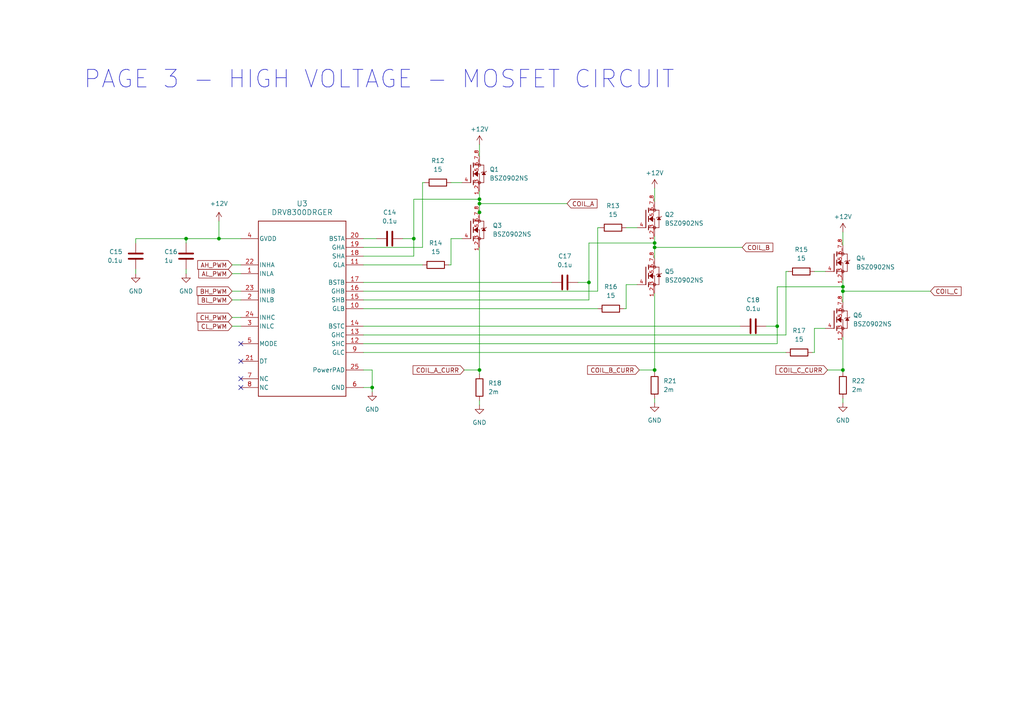
<source format=kicad_sch>
(kicad_sch (version 20231120) (generator "eeschema") (generator_version "8.0")
  (paper "A4")
  (lib_symbols
    (symbol "BSZ0902NS:BSZ0902NS" (pin_names (offset 1.016))
      (property "Reference" "Q" (at -8.89 2.54 0))
      (property "Value" "BSZ0902NS" (at -8.89 -7.62 0))
      (symbol "BSZ0902NS_0_0"
        (polyline (pts (xy 0 2.54) (xy 0 -2.54)) (stroke (width 0.254)))
        (polyline (pts (xy 0.762 -2.54) (xy 0.762 -3.175)) (stroke (width 0.254)))
        (polyline (pts (xy 0.762 -1.905) (xy 0.762 -2.54)) (stroke (width 0.254)))
        (polyline (pts (xy 0.762 0) (xy 0.762 -0.762)) (stroke (width 0.254)))
        (polyline (pts (xy 0.762 0) (xy 2.54 0)) (stroke (width 0.1524)))
        (polyline (pts (xy 0.762 0.762) (xy 0.762 0)) (stroke (width 0.254)))
        (polyline (pts (xy 0.762 2.54) (xy 0.762 1.905)) (stroke (width 0.254)))
        (polyline (pts (xy 0.762 2.54) (xy 3.81 2.54)) (stroke (width 0.1524)))
        (polyline (pts (xy 0.762 3.175) (xy 0.762 2.54)) (stroke (width 0.254)))
        (polyline (pts (xy 2.54 -2.54) (xy 0.762 -2.54)) (stroke (width 0.1524)))
        (polyline (pts (xy 2.54 -2.54) (xy 3.81 -2.54)) (stroke (width 0.1524)))
        (polyline (pts (xy 2.54 0) (xy 2.54 -2.54)) (stroke (width 0.1524)))
        (polyline (pts (xy 3.302 0.508) (xy 3.048 0.254)) (stroke (width 0.1524)))
        (polyline (pts (xy 3.81 0.508) (xy 3.302 0.508)) (stroke (width 0.1524)))
        (polyline (pts (xy 3.81 0.508) (xy 3.81 -2.54)) (stroke (width 0.1524)))
        (polyline (pts (xy 3.81 2.54) (xy 3.81 0.508)) (stroke (width 0.1524)))
        (polyline (pts (xy 4.318 0.508) (xy 3.81 0.508)) (stroke (width 0.1524)))
        (polyline (pts (xy 4.572 0.762) (xy 4.318 0.508)) (stroke (width 0.1524)))
        (polyline (pts (xy 1.016 0) (xy 2.032 0.762) (xy 2.032 -0.762) (xy 1.016 0)) (stroke (width 0.1524)) (fill (type outline)))
        (polyline (pts (xy 3.81 0.508) (xy 3.302 -0.254) (xy 4.318 -0.254) (xy 3.81 0.508)) (stroke (width 0.1524)) (fill (type outline)))
        (circle (center 2.54 -2.54) (radius 0.3592))
        (circle (center 2.54 2.54) (radius 0.3592))
        (pin passive line (at 2.54 -5.08 90) (length 2.54) (name "~") (number "1_2_3"))
        (pin passive line (at -2.54 -2.54 0) (length 2.54) (name "~") (number "4"))
        (pin passive line (at 2.54 5.08 270) (length 2.54) (name "~") (number "5_6_7_8"))
      )
    )
    (symbol "DRV8300DRGER:DRV8300DRGER" (pin_names (offset 0.254))
      (property "Reference" "U" (at 0 2.54 0))
      (property "Value" "DRV8300DRGER" (at 0 0 0))
      (symbol "DRV8300DRGER_0_1"
        (polyline (pts (xy 5.08 -45.72) (xy 30.48 -45.72)) (stroke (width 0.2032)))
        (polyline (pts (xy 5.08 5.08) (xy 5.08 -45.72)) (stroke (width 0.2032)))
        (polyline (pts (xy 30.48 -45.72) (xy 30.48 5.08)) (stroke (width 0.2032)))
        (polyline (pts (xy 30.48 5.08) (xy 5.08 5.08)) (stroke (width 0.2032)))
        (pin input line (at 0 -10.16 0) (length 5.08) (name "INLA") (number "1"))
        (pin output line (at 35.56 -20.32 180) (length 5.08) (name "GLB") (number "10"))
        (pin output line (at 35.56 -7.62 180) (length 5.08) (name "GLA") (number "11"))
        (pin input line (at 35.56 -30.48 180) (length 5.08) (name "SHC") (number "12"))
        (pin output line (at 35.56 -27.94 180) (length 5.08) (name "GHC") (number "13"))
        (pin output line (at 35.56 -25.4 180) (length 5.08) (name "BSTC") (number "14"))
        (pin input line (at 35.56 -17.78 180) (length 5.08) (name "SHB") (number "15"))
        (pin output line (at 35.56 -15.24 180) (length 5.08) (name "GHB") (number "16"))
        (pin output line (at 35.56 -12.7 180) (length 5.08) (name "BSTB") (number "17"))
        (pin input line (at 35.56 -5.08 180) (length 5.08) (name "SHA") (number "18"))
        (pin output line (at 35.56 -2.54 180) (length 5.08) (name "GHA") (number "19"))
        (pin input line (at 0 -17.78 0) (length 5.08) (name "INLB") (number "2"))
        (pin output line (at 35.56 0 180) (length 5.08) (name "BSTA") (number "20"))
        (pin input line (at 0 -35.56 0) (length 5.08) (name "DT") (number "21"))
        (pin input line (at 0 -7.62 0) (length 5.08) (name "INHA") (number "22"))
        (pin input line (at 0 -15.24 0) (length 5.08) (name "INHB") (number "23"))
        (pin input line (at 0 -22.86 0) (length 5.08) (name "INHC") (number "24"))
        (pin power_in line (at 35.56 -38.1 180) (length 5.08) (name "PowerPAD") (number "25"))
        (pin input line (at 0 -25.4 0) (length 5.08) (name "INLC") (number "3"))
        (pin power_in line (at 0 0 0) (length 5.08) (name "GVDD") (number "4"))
        (pin input line (at 0 -30.48 0) (length 5.08) (name "MODE") (number "5"))
        (pin power_in line (at 35.56 -43.18 180) (length 5.08) (name "GND") (number "6"))
        (pin unspecified line (at 0 -40.64 0) (length 5.08) (name "NC") (number "7"))
        (pin unspecified line (at 0 -43.18 0) (length 5.08) (name "NC") (number "8"))
        (pin output line (at 35.56 -33.02 180) (length 5.08) (name "GLC") (number "9"))
      )
    )
    (symbol "Device:C" (pin_numbers hide) (pin_names (offset 0.254))
      (property "Reference" "C" (at 0.635 2.54 0))
      (property "Value" "C" (at 0.635 -2.54 0))
      (symbol "C_0_1"
        (polyline (pts (xy -2.032 -0.762) (xy 2.032 -0.762)) (stroke (width 0.508)))
        (polyline (pts (xy -2.032 0.762) (xy 2.032 0.762)) (stroke (width 0.508)))
      )
      (symbol "C_1_1"
        (pin passive line (at 0 3.81 270) (length 2.794) (name "~") (number "1"))
        (pin passive line (at 0 -3.81 90) (length 2.794) (name "~") (number "2"))
      )
    )
    (symbol "Device:R" (pin_numbers hide) (pin_names (offset 0))
      (property "Reference" "R" (at 2.032 0 90))
      (property "Value" "R" (at 0 0 90))
      (symbol "R_0_1"
        (rectangle (start -1.016 -2.54) (end 1.016 2.54) (stroke (width 0.254)))
      )
      (symbol "R_1_1"
        (pin passive line (at 0 3.81 270) (length 1.27) (name "~") (number "1"))
        (pin passive line (at 0 -3.81 90) (length 1.27) (name "~") (number "2"))
      )
    )
    (symbol "power:+12V" (power) (pin_names (offset 0))
      (property "Value" "+12V" (at 0 3.556 0))
      (symbol "+12V_0_1"
        (polyline (pts (xy -0.762 1.27) (xy 0 2.54)))
        (polyline (pts (xy 0 0) (xy 0 2.54)))
        (polyline (pts (xy 0 2.54) (xy 0.762 1.27)))
      )
      (symbol "+12V_1_1"
        (pin power_in line (at 0 0 90) (length 0) hide (name "+12V") (number "1"))
      )
    )
    (symbol "power:GND" (power) (pin_names (offset 0))
      (property "Value" "GND" (at 0 -3.81 0))
      (symbol "GND_0_1"
        (polyline (pts (xy 0 0) (xy 0 -1.27) (xy 1.27 -1.27) (xy 0 -2.54) (xy -1.27 -1.27) (xy 0 -1.27)))
      )
      (symbol "GND_1_1"
        (pin power_in line (at 0 0 270) (length 0) hide (name "GND") (number "1"))
      )
    )
  )
  (junction (at 53.975 69.215))
  (junction (at 244.475 83.185))
  (junction (at 139.065 59.055))
  (junction (at 107.95 112.395))
  (junction (at 244.475 107.315))
  (junction (at 170.815 81.915))
  (junction (at 225.425 94.615))
  (junction (at 120.015 69.215))
  (junction (at 63.5 69.215))
  (junction (at 139.065 61.595))
  (junction (at 189.865 107.315))
  (junction (at 189.865 70.485))
  (junction (at 189.865 71.755))
  (junction (at 139.065 57.785))
  (junction (at 139.065 107.315))
  (junction (at 244.475 84.455))
  (no_connect (at 69.85 99.695))
  (no_connect (at 69.85 109.855))
  (no_connect (at 69.85 112.395))
  (no_connect (at 69.85 104.775))
  (wire (pts (xy 222.25 94.615) (xy 225.425 94.615)))
  (wire (pts (xy 173.355 66.04) (xy 173.355 84.455)))
  (wire (pts (xy 139.065 107.315) (xy 139.065 108.585)))
  (wire (pts (xy 189.865 68.58) (xy 189.865 70.485)))
  (wire (pts (xy 189.865 54.61) (xy 189.865 58.42)))
  (wire (pts (xy 130.81 76.835) (xy 130.175 76.835)))
  (wire (pts (xy 120.015 74.295) (xy 120.015 69.215)))
  (wire (pts (xy 67.31 76.835) (xy 69.85 76.835)))
  (wire (pts (xy 105.41 94.615) (xy 214.63 94.615)))
  (wire (pts (xy 122.555 52.959) (xy 123.19 52.959)))
  (wire (pts (xy 189.865 115.57) (xy 189.865 116.84)))
  (wire (pts (xy 107.95 107.315) (xy 107.95 112.395)))
  (wire (pts (xy 116.84 69.215) (xy 120.015 69.215)))
  (wire (pts (xy 228.6 78.74) (xy 227.965 78.74)))
  (wire (pts (xy 139.065 41.91) (xy 139.065 45.339)))
  (wire (pts (xy 139.065 55.499) (xy 139.065 57.785)))
  (wire (pts (xy 244.475 107.315) (xy 244.475 107.95)))
  (wire (pts (xy 105.41 74.295) (xy 120.015 74.295)))
  (wire (pts (xy 244.475 81.28) (xy 244.475 83.185)))
  (wire (pts (xy 63.5 69.215) (xy 53.975 69.215)))
  (wire (pts (xy 130.81 76.835) (xy 130.81 69.215)))
  (wire (pts (xy 67.31 86.995) (xy 69.85 86.995)))
  (wire (pts (xy 189.865 70.485) (xy 189.865 71.755)))
  (wire (pts (xy 130.81 69.215) (xy 133.985 69.215)))
  (wire (pts (xy 105.41 99.695) (xy 225.425 99.695)))
  (wire (pts (xy 236.22 95.25) (xy 236.22 102.235)))
  (wire (pts (xy 170.815 86.995) (xy 170.815 81.915)))
  (wire (pts (xy 105.41 71.755) (xy 122.555 71.755)))
  (wire (pts (xy 244.475 83.185) (xy 244.475 84.455)))
  (wire (pts (xy 122.555 52.959) (xy 122.555 71.755)))
  (wire (pts (xy 139.065 71.755) (xy 139.065 107.315)))
  (wire (pts (xy 105.41 107.315) (xy 107.95 107.315)))
  (wire (pts (xy 105.41 81.915) (xy 160.02 81.915)))
  (wire (pts (xy 105.41 76.835) (xy 122.555 76.835)))
  (wire (pts (xy 185.42 107.315) (xy 189.865 107.315)))
  (wire (pts (xy 120.015 57.785) (xy 120.015 69.215)))
  (wire (pts (xy 236.22 78.74) (xy 239.395 78.74)))
  (wire (pts (xy 240.03 107.315) (xy 244.475 107.315)))
  (wire (pts (xy 107.95 112.395) (xy 107.95 113.665)))
  (wire (pts (xy 105.41 97.155) (xy 227.965 97.155)))
  (wire (pts (xy 244.475 84.455) (xy 244.475 87.63)))
  (wire (pts (xy 181.61 66.04) (xy 184.785 66.04)))
  (wire (pts (xy 227.965 78.74) (xy 227.965 97.155)))
  (wire (pts (xy 67.31 79.375) (xy 69.85 79.375)))
  (wire (pts (xy 189.865 71.755) (xy 215.265 71.755)))
  (wire (pts (xy 63.5 69.215) (xy 69.85 69.215)))
  (wire (pts (xy 130.81 52.959) (xy 133.985 52.959)))
  (wire (pts (xy 139.065 61.595) (xy 139.065 61.849)))
  (wire (pts (xy 170.815 70.485) (xy 170.815 81.915)))
  (wire (pts (xy 225.425 83.185) (xy 225.425 94.615)))
  (wire (pts (xy 244.475 67.31) (xy 244.475 71.12)))
  (wire (pts (xy 105.41 102.235) (xy 227.965 102.235)))
  (wire (pts (xy 244.475 84.455) (xy 269.875 84.455)))
  (wire (pts (xy 67.31 92.075) (xy 69.85 92.075)))
  (wire (pts (xy 53.975 78.105) (xy 53.975 79.375)))
  (wire (pts (xy 120.015 57.785) (xy 139.065 57.785)))
  (wire (pts (xy 63.5 64.135) (xy 63.5 69.215)))
  (wire (pts (xy 134.62 107.315) (xy 139.065 107.315)))
  (wire (pts (xy 225.425 83.185) (xy 244.475 83.185)))
  (wire (pts (xy 170.815 70.485) (xy 189.865 70.485)))
  (wire (pts (xy 236.22 102.235) (xy 235.585 102.235)))
  (wire (pts (xy 105.41 86.995) (xy 170.815 86.995)))
  (wire (pts (xy 105.41 84.455) (xy 173.355 84.455)))
  (wire (pts (xy 173.99 66.04) (xy 173.355 66.04)))
  (wire (pts (xy 53.975 69.215) (xy 53.975 70.485)))
  (wire (pts (xy 236.22 95.25) (xy 239.395 95.25)))
  (wire (pts (xy 67.31 84.455) (xy 69.85 84.455)))
  (wire (pts (xy 139.065 57.785) (xy 139.065 59.055)))
  (wire (pts (xy 167.64 81.915) (xy 170.815 81.915)))
  (wire (pts (xy 189.865 85.09) (xy 189.865 107.315)))
  (wire (pts (xy 189.865 107.315) (xy 189.865 107.95)))
  (wire (pts (xy 225.425 99.695) (xy 225.425 94.615)))
  (wire (pts (xy 244.475 115.57) (xy 244.475 116.84)))
  (wire (pts (xy 39.37 78.105) (xy 39.37 79.375)))
  (wire (pts (xy 39.37 69.215) (xy 53.975 69.215)))
  (wire (pts (xy 105.41 112.395) (xy 107.95 112.395)))
  (wire (pts (xy 244.475 97.79) (xy 244.475 107.315)))
  (wire (pts (xy 105.41 89.535) (xy 173.355 89.535)))
  (wire (pts (xy 189.865 71.755) (xy 189.865 74.93)))
  (wire (pts (xy 139.065 116.205) (xy 139.065 117.475)))
  (wire (pts (xy 139.065 59.055) (xy 164.465 59.055)))
  (wire (pts (xy 105.41 69.215) (xy 109.22 69.215)))
  (wire (pts (xy 39.37 70.485) (xy 39.37 69.215)))
  (wire (pts (xy 181.61 82.55) (xy 184.785 82.55)))
  (wire (pts (xy 67.31 94.615) (xy 69.85 94.615)))
  (wire (pts (xy 181.61 89.535) (xy 180.975 89.535)))
  (wire (pts (xy 139.065 59.055) (xy 139.065 61.595)))
  (wire (pts (xy 181.61 82.55) (xy 181.61 89.535)))
  (text "PAGE 3 - HIGH VOLTAGE - MOSFET CIRCUIT" (at 24.13 23.114 0) (effects (font (size 5.08 5.08)) (justify left)))
  (global_label "BL_PWM" (shape input) (at 67.31 86.995 180) (property "Intersheetrefs" "${INTERSHEET_REFS}" (effects (hide yes))))
  (global_label "AL_PWM" (shape input) (at 67.31 79.375 180) (property "Intersheetrefs" "${INTERSHEET_REFS}" (effects (hide yes))))
  (global_label "COIL_A" (shape input) (at 164.465 59.055 0) (property "Intersheetrefs" "${INTERSHEET_REFS}" (effects (hide yes))))
  (global_label "COIL_C_CURR" (shape input) (at 240.03 107.315 180) (property "Intersheetrefs" "${INTERSHEET_REFS}" (effects (hide yes))))
  (global_label "COIL_B_CURR" (shape input) (at 185.42 107.315 180) (property "Intersheetrefs" "${INTERSHEET_REFS}" (effects (hide yes))))
  (global_label "CH_PWM" (shape input) (at 67.31 92.075 180) (property "Intersheetrefs" "${INTERSHEET_REFS}" (effects (hide yes))))
  (global_label "CL_PWM" (shape input) (at 67.31 94.615 180) (property "Intersheetrefs" "${INTERSHEET_REFS}" (effects (hide yes))))
  (global_label "BH_PWM" (shape input) (at 67.31 84.455 180) (property "Intersheetrefs" "${INTERSHEET_REFS}" (effects (hide yes))))
  (global_label "COIL_B" (shape input) (at 215.265 71.755 0) (property "Intersheetrefs" "${INTERSHEET_REFS}" (effects (hide yes))))
  (global_label "COIL_A_CURR" (shape input) (at 134.62 107.315 180) (property "Intersheetrefs" "${INTERSHEET_REFS}" (effects (hide yes))))
  (global_label "AH_PWM" (shape input) (at 67.31 76.835 180) (property "Intersheetrefs" "${INTERSHEET_REFS}" (effects (hide yes))))
  (global_label "COIL_C" (shape input) (at 269.875 84.455 0) (property "Intersheetrefs" "${INTERSHEET_REFS}" (effects (hide yes))))
  (symbol (lib_id "Device:C") (at 53.975 74.295 180) (unit 1)
    (property "Reference" "C16" (at 47.625 73.025 0) (effects (justify right)))
    (property "Value" "1u" (at 47.625 75.565 0) (effects (justify right)))
    (property "Footprint" "Capacitor_SMD:C_0603_1608Metric" (effects (hide yes)))
  )
  (symbol (lib_id "BSZ0902NS:BSZ0902NS") (at 187.325 80.01 0) (unit 1)
    (property "Reference" "Q5" (at 192.786 78.74 0) (effects (justify left)))
    (property "Value" "BSZ0902NS" (at 192.786 81.28 0) (effects (justify left)))
    (property "Footprint" "BSZ0902NS:BSZ0902NS" (effects (hide yes)))
    (property "Description" "\nN-Channel 30V 19A (Ta), 40A (Tc) 2.1W (Ta), 48W (Tc) Surface Mount PG-TSDSON-8-FL\n" (effects (hide yes)))
    (property "MF" "Infineon" (effects (hide yes)))
    (property "MAXIMUM_PACKAGE_HEIGHT" "1.1 mm" (effects (hide yes)))
    (property "Package" "Package" (effects (hide yes)))
    (property "Price" "None" (effects (hide yes)))
    (property "Check_prices" "https://www.snapeda.com/parts/BSZ0902NS/Infineon/view-part/?ref=eda" (effects (hide yes)))
    (property "STANDARD" "Manufacturer Recommendations" (effects (hide yes)))
    (property "PARTREV" "2.4" (effects (hide yes)))
    (property "SnapEDA_Link" "https://www.snapeda.com/parts/BSZ0902NS/Infineon/view-part/?ref=snap" (effects (hide yes)))
    (property "MP" "BSZ0902NS" (effects (hide yes)))
    (property "MANUFACTURER" "Infineon" (effects (hide yes)))
    (property "Availability" "In Stock" (effects (hide yes)))
    (property "SNAPEDA_PN" "BSZ0902NS" (effects (hide yes)))
  )
  (symbol (lib_id "Device:R") (at 189.865 111.76 180) (unit 1)
    (property "Reference" "R21" (at 192.405 110.49 0) (effects (justify right)))
    (property "Value" "2m" (at 192.405 113.03 0) (effects (justify right)))
    (property "Footprint" "Resistor_SMD:R_2010_5025Metric" (effects (hide yes)))
  )
  (symbol (lib_id "power:+12V") (at 63.5 64.135 0) (unit 1)
    (property "Reference" "#PWR031" (effects (hide yes)))
    (property "Value" "+12V" (at 63.5 59.055 0))
  )
  (symbol (lib_id "power:GND") (at 244.475 116.84 0) (unit 1)
    (property "Reference" "#PWR037" (effects (hide yes)))
    (property "Value" "GND" (at 244.475 121.92 0))
  )
  (symbol (lib_id "Device:C") (at 113.03 69.215 270) (unit 1)
    (property "Reference" "C14" (at 113.03 61.595 90))
    (property "Value" "0.1u" (at 113.03 64.135 90))
    (property "Footprint" "Capacitor_SMD:C_0603_1608Metric" (effects (hide yes)))
  )
  (symbol (lib_id "power:GND") (at 53.975 79.375 0) (unit 1)
    (property "Reference" "#PWR035" (effects (hide yes)))
    (property "Value" "GND" (at 53.975 84.455 0))
  )
  (symbol (lib_id "power:+12V") (at 189.865 54.61 0) (unit 1)
    (property "Reference" "#PWR030" (effects (hide yes)))
    (property "Value" "+12V" (at 189.865 50.165 0))
  )
  (symbol (lib_id "BSZ0902NS:BSZ0902NS") (at 241.935 76.2 0) (unit 1)
    (property "Reference" "Q4" (at 248.285 74.93 0) (effects (justify left)))
    (property "Value" "BSZ0902NS" (at 248.285 77.47 0) (effects (justify left)))
    (property "Footprint" "BSZ0902NS:BSZ0902NS" (effects (hide yes)))
    (property "Description" "\nN-Channel 30V 19A (Ta), 40A (Tc) 2.1W (Ta), 48W (Tc) Surface Mount PG-TSDSON-8-FL\n" (effects (hide yes)))
    (property "MF" "Infineon" (effects (hide yes)))
    (property "MAXIMUM_PACKAGE_HEIGHT" "1.1 mm" (effects (hide yes)))
    (property "Package" "Package" (effects (hide yes)))
    (property "Price" "None" (effects (hide yes)))
    (property "Check_prices" "https://www.snapeda.com/parts/BSZ0902NS/Infineon/view-part/?ref=eda" (effects (hide yes)))
    (property "STANDARD" "Manufacturer Recommendations" (effects (hide yes)))
    (property "PARTREV" "2.4" (effects (hide yes)))
    (property "SnapEDA_Link" "https://www.snapeda.com/parts/BSZ0902NS/Infineon/view-part/?ref=snap" (effects (hide yes)))
    (property "MP" "BSZ0902NS" (effects (hide yes)))
    (property "MANUFACTURER" "Infineon" (effects (hide yes)))
    (property "Availability" "In Stock" (effects (hide yes)))
    (property "SNAPEDA_PN" "BSZ0902NS" (effects (hide yes)))
  )
  (symbol (lib_id "power:+12V") (at 139.065 41.91 0) (unit 1)
    (property "Reference" "#PWR029" (effects (hide yes)))
    (property "Value" "+12V" (at 139.065 37.465 0))
  )
  (symbol (lib_id "power:GND") (at 189.865 116.84 0) (unit 1)
    (property "Reference" "#PWR036" (effects (hide yes)))
    (property "Value" "GND" (at 189.865 121.92 0))
  )
  (symbol (lib_id "BSZ0902NS:BSZ0902NS") (at 241.935 92.71 0) (unit 1)
    (property "Reference" "Q6" (at 247.396 91.44 0) (effects (justify left)))
    (property "Value" "BSZ0902NS" (at 247.396 93.98 0) (effects (justify left)))
    (property "Footprint" "BSZ0902NS:BSZ0902NS" (effects (hide yes)))
    (property "Description" "\nN-Channel 30V 19A (Ta), 40A (Tc) 2.1W (Ta), 48W (Tc) Surface Mount PG-TSDSON-8-FL\n" (effects (hide yes)))
    (property "MF" "Infineon" (effects (hide yes)))
    (property "MAXIMUM_PACKAGE_HEIGHT" "1.1 mm" (effects (hide yes)))
    (property "Package" "Package" (effects (hide yes)))
    (property "Price" "None" (effects (hide yes)))
    (property "Check_prices" "https://www.snapeda.com/parts/BSZ0902NS/Infineon/view-part/?ref=eda" (effects (hide yes)))
    (property "STANDARD" "Manufacturer Recommendations" (effects (hide yes)))
    (property "PARTREV" "2.4" (effects (hide yes)))
    (property "SnapEDA_Link" "https://www.snapeda.com/parts/BSZ0902NS/Infineon/view-part/?ref=snap" (effects (hide yes)))
    (property "MP" "BSZ0902NS" (effects (hide yes)))
    (property "MANUFACTURER" "Infineon" (effects (hide yes)))
    (property "Availability" "In Stock" (effects (hide yes)))
    (property "SNAPEDA_PN" "BSZ0902NS" (effects (hide yes)))
  )
  (symbol (lib_id "Device:R") (at 177.165 89.535 90) (unit 1)
    (property "Reference" "R16" (at 177.165 83.185 90))
    (property "Value" "15" (at 177.165 85.725 90))
    (property "Footprint" "Resistor_SMD:R_0603_1608Metric" (effects (hide yes)))
  )
  (symbol (lib_id "Device:R") (at 232.41 78.74 90) (unit 1)
    (property "Reference" "R15" (at 232.41 72.39 90))
    (property "Value" "15" (at 232.41 74.93 90))
    (property "Footprint" "Resistor_SMD:R_0603_1608Metric" (effects (hide yes)))
  )
  (symbol (lib_id "power:GND") (at 39.37 79.375 0) (unit 1)
    (property "Reference" "#PWR034" (effects (hide yes)))
    (property "Value" "GND" (at 39.37 84.455 0))
  )
  (symbol (lib_id "Device:R") (at 231.775 102.235 90) (unit 1)
    (property "Reference" "R17" (at 231.775 95.885 90))
    (property "Value" "15" (at 231.775 98.425 90))
    (property "Footprint" "Resistor_SMD:R_0603_1608Metric" (effects (hide yes)))
  )
  (symbol (lib_id "BSZ0902NS:BSZ0902NS") (at 136.525 50.419 0) (unit 1)
    (property "Reference" "Q1" (at 141.986 49.149 0) (effects (justify left)))
    (property "Value" "BSZ0902NS" (at 141.986 51.689 0) (effects (justify left)))
    (property "Footprint" "BSZ0902NS:BSZ0902NS" (effects (hide yes)))
    (property "Description" "\nN-Channel 30V 19A (Ta), 40A (Tc) 2.1W (Ta), 48W (Tc) Surface Mount PG-TSDSON-8-FL\n" (effects (hide yes)))
    (property "MF" "Infineon" (effects (hide yes)))
    (property "MAXIMUM_PACKAGE_HEIGHT" "1.1 mm" (effects (hide yes)))
    (property "Package" "Package" (effects (hide yes)))
    (property "Price" "None" (effects (hide yes)))
    (property "Check_prices" "https://www.snapeda.com/parts/BSZ0902NS/Infineon/view-part/?ref=eda" (effects (hide yes)))
    (property "STANDARD" "Manufacturer Recommendations" (effects (hide yes)))
    (property "PARTREV" "2.4" (effects (hide yes)))
    (property "SnapEDA_Link" "https://www.snapeda.com/parts/BSZ0902NS/Infineon/view-part/?ref=snap" (effects (hide yes)))
    (property "MP" "BSZ0902NS" (effects (hide yes)))
    (property "MANUFACTURER" "Infineon" (effects (hide yes)))
    (property "Availability" "In Stock" (effects (hide yes)))
    (property "SNAPEDA_PN" "BSZ0902NS" (effects (hide yes)))
  )
  (symbol (lib_id "Device:C") (at 39.37 74.295 0) (mirror y) (unit 1)
    (property "Reference" "C15" (at 35.56 73.025 0) (effects (justify left)))
    (property "Value" "0.1u" (at 35.56 75.565 0) (effects (justify left)))
    (property "Footprint" "Capacitor_SMD:C_0603_1608Metric" (effects (hide yes)))
  )
  (symbol (lib_id "BSZ0902NS:BSZ0902NS") (at 187.325 63.5 0) (unit 1)
    (property "Reference" "Q2" (at 192.786 62.23 0) (effects (justify left)))
    (property "Value" "BSZ0902NS" (at 192.786 64.77 0) (effects (justify left)))
    (property "Footprint" "BSZ0902NS:BSZ0902NS" (effects (hide yes)))
    (property "Description" "\nN-Channel 30V 19A (Ta), 40A (Tc) 2.1W (Ta), 48W (Tc) Surface Mount PG-TSDSON-8-FL\n" (effects (hide yes)))
    (property "MF" "Infineon" (effects (hide yes)))
    (property "MAXIMUM_PACKAGE_HEIGHT" "1.1 mm" (effects (hide yes)))
    (property "Package" "Package" (effects (hide yes)))
    (property "Price" "None" (effects (hide yes)))
    (property "Check_prices" "https://www.snapeda.com/parts/BSZ0902NS/Infineon/view-part/?ref=eda" (effects (hide yes)))
    (property "STANDARD" "Manufacturer Recommendations" (effects (hide yes)))
    (property "PARTREV" "2.4" (effects (hide yes)))
    (property "SnapEDA_Link" "https://www.snapeda.com/parts/BSZ0902NS/Infineon/view-part/?ref=snap" (effects (hide yes)))
    (property "MP" "BSZ0902NS" (effects (hide yes)))
    (property "MANUFACTURER" "Infineon" (effects (hide yes)))
    (property "Availability" "In Stock" (effects (hide yes)))
    (property "SNAPEDA_PN" "BSZ0902NS" (effects (hide yes)))
  )
  (symbol (lib_id "power:+12V") (at 244.475 67.31 0) (unit 1)
    (property "Reference" "#PWR032" (effects (hide yes)))
    (property "Value" "+12V" (at 244.475 62.865 0))
  )
  (symbol (lib_id "power:GND") (at 107.95 113.665 0) (unit 1)
    (property "Reference" "#PWR040" (effects (hide yes)))
    (property "Value" "GND" (at 107.95 118.745 0))
  )
  (symbol (lib_id "Device:R") (at 139.065 112.395 180) (unit 1)
    (property "Reference" "R18" (at 141.605 111.125 0) (effects (justify right)))
    (property "Value" "2m" (at 141.605 113.665 0) (effects (justify right)))
    (property "Footprint" "Resistor_SMD:R_2010_5025Metric" (effects (hide yes)))
  )
  (symbol (lib_id "Device:C") (at 163.83 81.915 270) (unit 1)
    (property "Reference" "C17" (at 163.83 74.295 90))
    (property "Value" "0.1u" (at 163.83 76.835 90))
    (property "Footprint" "Capacitor_SMD:C_0603_1608Metric" (effects (hide yes)))
  )
  (symbol (lib_id "Device:R") (at 126.365 76.835 90) (unit 1)
    (property "Reference" "R14" (at 126.365 70.485 90))
    (property "Value" "15" (at 126.365 73.025 90))
    (property "Footprint" "Resistor_SMD:R_0603_1608Metric" (effects (hide yes)))
  )
  (symbol (lib_id "power:GND") (at 139.065 117.475 0) (unit 1)
    (property "Reference" "#PWR033" (effects (hide yes)))
    (property "Value" "GND" (at 139.065 122.555 0))
  )
  (symbol (lib_id "Device:R") (at 127 52.959 90) (unit 1)
    (property "Reference" "R12" (at 127 46.609 90))
    (property "Value" "15" (at 127 49.149 90))
    (property "Footprint" "Resistor_SMD:R_0603_1608Metric" (effects (hide yes)))
  )
  (symbol (lib_id "Device:R") (at 244.475 111.76 180) (unit 1)
    (property "Reference" "R22" (at 247.015 110.49 0) (effects (justify right)))
    (property "Value" "2m" (at 247.015 113.03 0) (effects (justify right)))
    (property "Footprint" "Resistor_SMD:R_2010_5025Metric" (effects (hide yes)))
  )
  (symbol (lib_id "Device:R") (at 177.8 66.04 90) (unit 1)
    (property "Reference" "R13" (at 177.8 59.69 90))
    (property "Value" "15" (at 177.8 62.23 90))
    (property "Footprint" "Resistor_SMD:R_0603_1608Metric" (effects (hide yes)))
  )
  (symbol (lib_id "DRV8300DRGER:DRV8300DRGER") (at 69.85 69.215 0) (unit 1)
    (property "Reference" "U3" (at 87.63 59.055 0) (effects (font (size 1.524 1.524))))
    (property "Value" "DRV8300DRGER" (at 87.63 61.595 0) (effects (font (size 1.524 1.524))))
    (property "Footprint" "DRV8300DRGER:RGE0024B-IPC_C" (effects (hide yes)))
    (property "Datasheet" "DRV8300DRGER" (effects (hide yes)))
  )
  (symbol (lib_id "Device:C") (at 218.44 94.615 270) (unit 1)
    (property "Reference" "C18" (at 218.44 86.995 90))
    (property "Value" "0.1u" (at 218.44 89.535 90))
    (property "Footprint" "Capacitor_SMD:C_0603_1608Metric" (effects (hide yes)))
  )
  (symbol (lib_id "BSZ0902NS:BSZ0902NS") (at 136.525 66.675 0) (unit 1)
    (property "Reference" "Q3" (at 142.875 65.405 0) (effects (justify left)))
    (property "Value" "BSZ0902NS" (at 142.875 67.945 0) (effects (justify left)))
    (property "Footprint" "BSZ0902NS:BSZ0902NS" (effects (hide yes)))
    (property "Description" "\nN-Channel 30V 19A (Ta), 40A (Tc) 2.1W (Ta), 48W (Tc) Surface Mount PG-TSDSON-8-FL\n" (effects (hide yes)))
    (property "MF" "Infineon" (effects (hide yes)))
    (property "MAXIMUM_PACKAGE_HEIGHT" "1.1 mm" (effects (hide yes)))
    (property "Package" "Package" (effects (hide yes)))
    (property "Price" "None" (effects (hide yes)))
    (property "Check_prices" "https://www.snapeda.com/parts/BSZ0902NS/Infineon/view-part/?ref=eda" (effects (hide yes)))
    (property "STANDARD" "Manufacturer Recommendations" (effects (hide yes)))
    (property "PARTREV" "2.4" (effects (hide yes)))
    (property "SnapEDA_Link" "https://www.snapeda.com/parts/BSZ0902NS/Infineon/view-part/?ref=snap" (effects (hide yes)))
    (property "MP" "BSZ0902NS" (effects (hide yes)))
    (property "MANUFACTURER" "Infineon" (effects (hide yes)))
    (property "Availability" "In Stock" (effects (hide yes)))
    (property "SNAPEDA_PN" "BSZ0902NS" (effects (hide yes)))
  )
)
</source>
